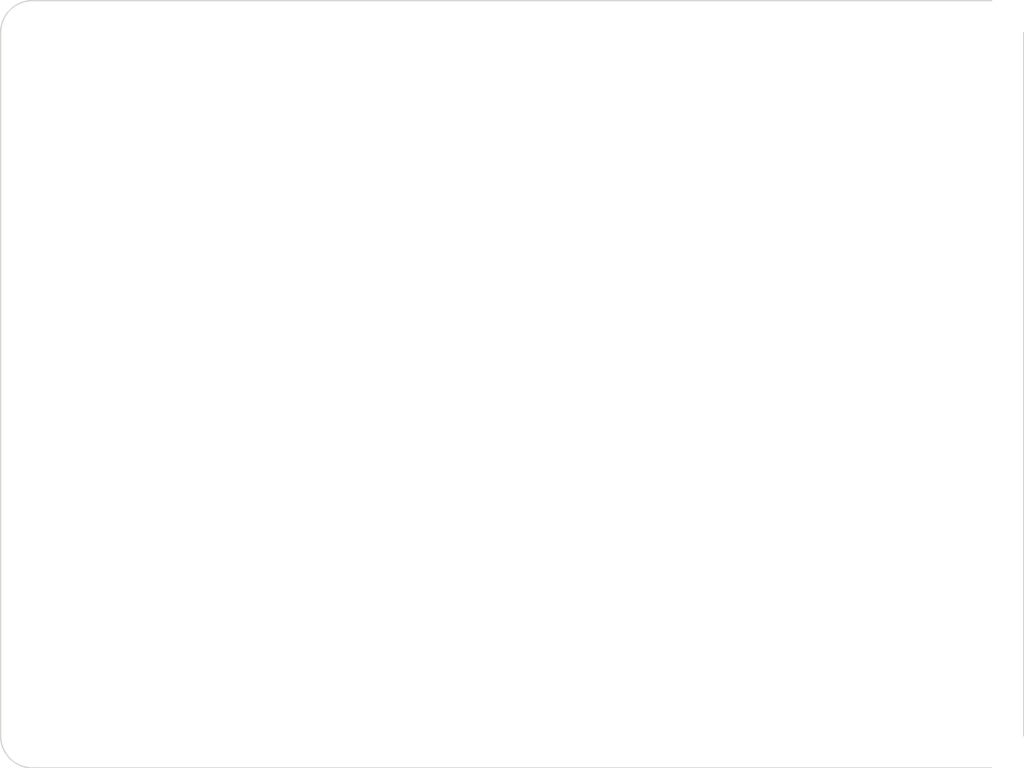
<source format=kicad_pcb>
(kicad_pcb (version 20221018) (generator pcbnew)

  (general
    (thickness 1.6)
  )

  (paper "A4")
  (layers
    (0 "F.Cu" signal)
    (31 "B.Cu" signal)
    (32 "B.Adhes" user "B.Adhesive")
    (33 "F.Adhes" user "F.Adhesive")
    (34 "B.Paste" user)
    (35 "F.Paste" user)
    (36 "B.SilkS" user "B.Silkscreen")
    (37 "F.SilkS" user "F.Silkscreen")
    (38 "B.Mask" user)
    (39 "F.Mask" user)
    (40 "Dwgs.User" user "User.Drawings")
    (41 "Cmts.User" user "User.Comments")
    (42 "Eco1.User" user "User.Eco1")
    (43 "Eco2.User" user "User.Eco2")
    (44 "Edge.Cuts" user)
    (45 "Margin" user)
    (46 "B.CrtYd" user "B.Courtyard")
    (47 "F.CrtYd" user "F.Courtyard")
    (48 "B.Fab" user)
    (49 "F.Fab" user)
    (50 "User.1" user)
    (51 "User.2" user)
    (52 "User.3" user)
    (53 "User.4" user)
    (54 "User.5" user)
    (55 "User.6" user)
    (56 "User.7" user)
    (57 "User.8" user)
    (58 "User.9" user)
  )

  (setup
    (stackup
      (layer "F.SilkS" (type "Top Silk Screen"))
      (layer "F.Paste" (type "Top Solder Paste"))
      (layer "F.Mask" (type "Top Solder Mask") (thickness 0.01))
      (layer "F.Cu" (type "copper") (thickness 0.035))
      (layer "dielectric 1" (type "prepreg") (thickness 1.51) (material "FR4") (epsilon_r 4.5) (loss_tangent 0.02))
      (layer "B.Cu" (type "copper") (thickness 0.035))
      (layer "B.Mask" (type "Bottom Solder Mask") (thickness 0.01))
      (layer "B.Paste" (type "Bottom Solder Paste"))
      (layer "B.SilkS" (type "Bottom Silk Screen"))
      (copper_finish "None")
      (dielectric_constraints no)
    )
    (pad_to_mask_clearance 0)
    (pcbplotparams
      (layerselection 0x00010fc_ffffffff)
      (plot_on_all_layers_selection 0x0000000_00000000)
      (disableapertmacros false)
      (usegerberextensions false)
      (usegerberattributes true)
      (usegerberadvancedattributes true)
      (creategerberjobfile true)
      (dashed_line_dash_ratio 12.000000)
      (dashed_line_gap_ratio 3.000000)
      (svgprecision 4)
      (plotframeref false)
      (viasonmask false)
      (mode 1)
      (useauxorigin false)
      (hpglpennumber 1)
      (hpglpenspeed 20)
      (hpglpendiameter 15.000000)
      (dxfpolygonmode true)
      (dxfimperialunits true)
      (dxfusepcbnewfont true)
      (psnegative false)
      (psa4output false)
      (plotreference true)
      (plotvalue true)
      (plotinvisibletext false)
      (sketchpadsonfab false)
      (subtractmaskfromsilk false)
      (outputformat 1)
      (mirror false)
      (drillshape 1)
      (scaleselection 1)
      (outputdirectory "")
    )
  )

  (net 0 "")

  (gr_line (start 48.26 124.46) (end 48.26 68.58)
    (stroke (width 0.1) (type default)) (layer "Edge.Cuts") (tstamp 39a1e471-8a8e-4abc-a052-c85a3fb77ed0))
  (gr_arc (start 48.26 68.58) (mid 49.003949 66.783949) (end 50.8 66.04)
    (stroke (width 0.1) (type default)) (layer "Edge.Cuts") (tstamp 85b4ffd6-57bc-4841-a252-a03f366d956d))
  (gr_line locked (start 50.8 66.04) (end 127 66.04)
    (stroke (width 0.1) (type default)) (layer "Edge.Cuts") (tstamp 8698fa24-ab44-4d71-9005-ab4a892d5c5b))
  (gr_arc (start 50.8 127) (mid 49.003949 126.256051) (end 48.26 124.46)
    (stroke (width 0.1) (type default)) (layer "Edge.Cuts") (tstamp ab9fe48b-21de-46dd-9513-aa5502da85f2))
  (gr_line locked (start 129.54 68.58) (end 129.54 124.46)
    (stroke (width 0.1) (type default)) (layer "Edge.Cuts") (tstamp b0fd550d-1fbc-4a34-990a-c2de21dacb4b))
  (gr_line locked (start 127 127) (end 50.8 127)
    (stroke (width 0.1) (type default)) (layer "Edge.Cuts") (tstamp bb64b605-7c48-4cbb-9bfb-6729b55a86f7))

)

</source>
